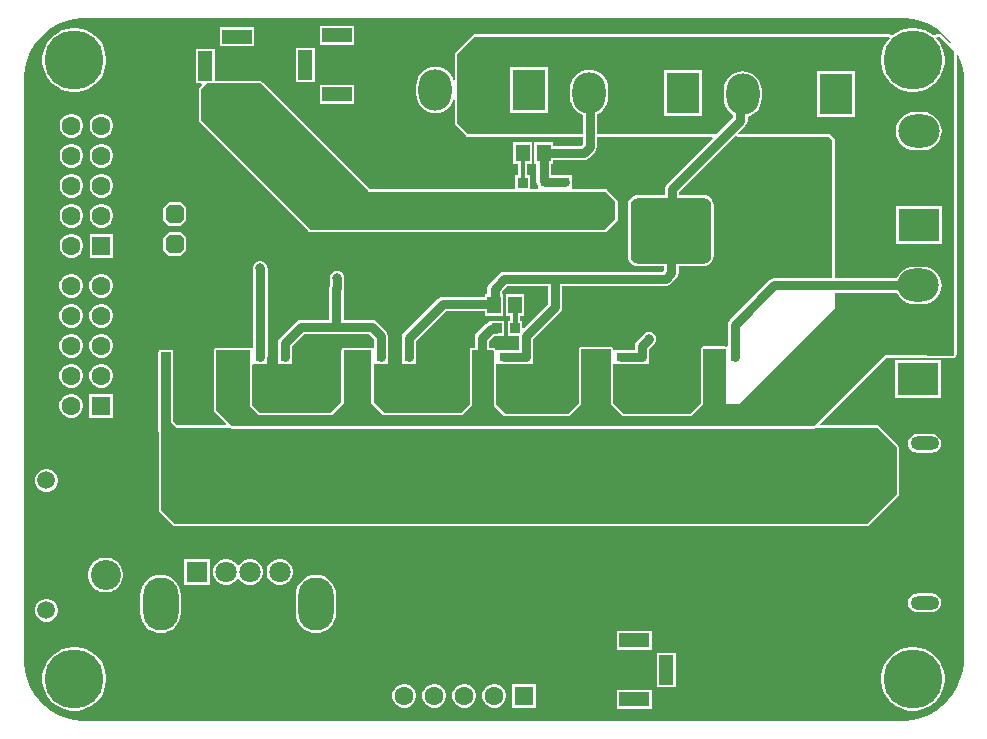
<source format=gbr>
%TF.GenerationSoftware,Altium Limited,Altium Designer,22.5.1 (42)*%
G04 Layer_Physical_Order=4*
G04 Layer_Color=16711680*
%FSLAX44Y44*%
%MOMM*%
%TF.SameCoordinates,7B58D917-D16F-4CFB-9619-50DAC3371BF8*%
%TF.FilePolarity,Positive*%
%TF.FileFunction,Copper,L4,Bot,Signal*%
%TF.Part,Single*%
G01*
G75*
%TA.AperFunction,SMDPad,CuDef*%
%ADD11R,1.1600X1.4700*%
%ADD15R,0.8000X0.8000*%
%ADD16R,0.8500X0.8500*%
%ADD19R,0.8500X0.8500*%
%ADD26R,0.8000X0.8000*%
%TA.AperFunction,Conductor*%
%ADD30C,0.3810*%
%ADD31C,0.8000*%
%TA.AperFunction,ComponentPad*%
%ADD33C,3.7160*%
%ADD34R,3.7160X3.7160*%
%ADD35O,2.4000X1.2000*%
%ADD36R,2.5000X1.2000*%
%ADD37R,1.2000X2.5000*%
%ADD38C,1.6000*%
%ADD39R,1.6000X1.6000*%
%ADD40C,1.5080*%
%ADD41C,2.5500*%
%ADD42R,2.5500X2.5500*%
%ADD43C,5.0000*%
G04:AMPARAMS|DCode=44|XSize=1.6mm|YSize=1.6mm|CornerRadius=0mm|HoleSize=0mm|Usage=FLASHONLY|Rotation=90.000|XOffset=0mm|YOffset=0mm|HoleType=Round|Shape=Octagon|*
%AMOCTAGOND44*
4,1,8,0.4000,0.8000,-0.4000,0.8000,-0.8000,0.4000,-0.8000,-0.4000,-0.4000,-0.8000,0.4000,-0.8000,0.8000,-0.4000,0.8000,0.4000,0.4000,0.8000,0.0*
%
%ADD44OCTAGOND44*%

%ADD45O,2.8000X3.5000*%
%ADD46R,2.8000X3.5000*%
%ADD47O,3.5000X2.8000*%
%ADD48R,3.5000X2.8000*%
%ADD49C,1.8000*%
%ADD50R,1.8000X1.8000*%
%ADD51O,3.0000X4.5000*%
%ADD52R,1.6000X1.6000*%
%TA.AperFunction,ViaPad*%
%ADD53C,0.6000*%
%ADD54C,0.8000*%
%TA.AperFunction,Conductor*%
%ADD55C,0.3500*%
%TA.AperFunction,SMDPad,CuDef*%
%ADD56R,1.2000X2.0000*%
%ADD57R,5.8000X5.8500*%
G04:AMPARAMS|DCode=58|XSize=1.9mm|YSize=0.96mm|CornerRadius=0.1152mm|HoleSize=0mm|Usage=FLASHONLY|Rotation=0.000|XOffset=0mm|YOffset=0mm|HoleType=Round|Shape=RoundedRectangle|*
%AMROUNDEDRECTD58*
21,1,1.9000,0.7296,0,0,0.0*
21,1,1.6696,0.9600,0,0,0.0*
1,1,0.2304,0.8348,-0.3648*
1,1,0.2304,-0.8348,-0.3648*
1,1,0.2304,-0.8348,0.3648*
1,1,0.2304,0.8348,0.3648*
%
%ADD58ROUNDEDRECTD58*%
G04:AMPARAMS|DCode=59|XSize=6.84mm|YSize=5.63mm|CornerRadius=0.6756mm|HoleSize=0mm|Usage=FLASHONLY|Rotation=0.000|XOffset=0mm|YOffset=0mm|HoleType=Round|Shape=RoundedRectangle|*
%AMROUNDEDRECTD59*
21,1,6.8400,4.2788,0,0,0.0*
21,1,5.4888,5.6300,0,0,0.0*
1,1,1.3512,2.7444,-2.1394*
1,1,1.3512,-2.7444,-2.1394*
1,1,1.3512,-2.7444,2.1394*
1,1,1.3512,2.7444,2.1394*
%
%ADD59ROUNDEDRECTD59*%
G36*
X355354Y297055D02*
X362060Y295258D01*
X368474Y292601D01*
X374487Y289130D01*
X379994Y284904D01*
X384904Y279994D01*
X387272Y276908D01*
X386315Y276069D01*
X379192Y283192D01*
X378530Y283634D01*
X377750Y283789D01*
X375093D01*
X374313Y283634D01*
X373651Y283192D01*
X373566Y283144D01*
X372138Y282958D01*
X372029Y283001D01*
X369151Y285093D01*
X365364Y287022D01*
X361323Y288335D01*
X357125Y289000D01*
X352875D01*
X348677Y288335D01*
X344636Y287022D01*
X340849Y285093D01*
X337971Y283001D01*
X337862Y282958D01*
X336434Y283144D01*
X336349Y283192D01*
X335687Y283634D01*
X334907Y283789D01*
X-16000D01*
X-16000Y283789D01*
X-16780Y283634D01*
X-17442Y283192D01*
X-17442Y283192D01*
X-32192Y268442D01*
X-32634Y267780D01*
X-32789Y267000D01*
Y245150D01*
X-34059Y244961D01*
X-34496Y246403D01*
X-35982Y249182D01*
X-37982Y251618D01*
X-40418Y253618D01*
X-43197Y255104D01*
X-46213Y256019D01*
X-49350Y256327D01*
X-52487Y256019D01*
X-55503Y255104D01*
X-58282Y253618D01*
X-60718Y251618D01*
X-62718Y249182D01*
X-64204Y246403D01*
X-65118Y243386D01*
X-65427Y240250D01*
Y233250D01*
X-65118Y230114D01*
X-64204Y227097D01*
X-62718Y224318D01*
X-60718Y221882D01*
X-58282Y219882D01*
X-55503Y218396D01*
X-52487Y217481D01*
X-49350Y217173D01*
X-46213Y217481D01*
X-43197Y218396D01*
X-40418Y219882D01*
X-37982Y221882D01*
X-35982Y224318D01*
X-34496Y227097D01*
X-34059Y228539D01*
X-32789Y228350D01*
Y208250D01*
X-32634Y207470D01*
X-32192Y206808D01*
X-32192Y206808D01*
X-22942Y197558D01*
X-22280Y197116D01*
X-21500Y196961D01*
X75382D01*
Y191034D01*
X73716Y189368D01*
X50200D01*
Y192600D01*
X34600D01*
Y173900D01*
X36282D01*
Y159600D01*
X36748Y157259D01*
X37500Y156134D01*
Y152539D01*
X31000D01*
Y164500D01*
X28498D01*
Y173900D01*
X32400D01*
Y192600D01*
X16800D01*
Y173900D01*
X20852D01*
Y164500D01*
X18500D01*
Y152539D01*
X-104655D01*
X-195808Y243692D01*
X-196470Y244134D01*
X-197250Y244289D01*
X-236000D01*
Y271250D01*
X-252000D01*
Y242250D01*
X-247293D01*
X-246807Y241077D01*
X-248942Y238942D01*
X-249384Y238280D01*
X-249539Y237500D01*
Y211250D01*
X-249539Y211250D01*
X-249384Y210470D01*
X-248942Y209808D01*
X-248942Y209808D01*
X-155942Y116808D01*
X-155280Y116366D01*
X-154500Y116211D01*
X94500D01*
X94500Y116211D01*
X95280Y116366D01*
X95942Y116808D01*
X95942Y116808D01*
X104692Y125558D01*
X105134Y126220D01*
X105289Y127000D01*
Y142250D01*
X105134Y143030D01*
X104692Y143692D01*
X104692Y143692D01*
X96442Y151942D01*
X95780Y152384D01*
X95000Y152539D01*
X66500D01*
Y157909D01*
X66617Y158500D01*
X66500Y159091D01*
Y164500D01*
X61091D01*
X60500Y164618D01*
X48518D01*
Y173900D01*
X50200D01*
Y177132D01*
X76250D01*
X78591Y177598D01*
X80576Y178924D01*
X85826Y184174D01*
X87152Y186159D01*
X87618Y188500D01*
Y196961D01*
X184900D01*
X185386Y195788D01*
X146938Y157339D01*
X145612Y155355D01*
X145146Y153014D01*
Y147775D01*
X122656D01*
X120370Y147475D01*
X118240Y146592D01*
X116411Y145189D01*
X115008Y143360D01*
X114125Y141230D01*
X113825Y138944D01*
Y96156D01*
X114125Y93870D01*
X115008Y91740D01*
X116411Y89911D01*
X118240Y88508D01*
X120370Y87625D01*
X122656Y87324D01*
X144382D01*
Y83970D01*
X143280Y82867D01*
X9250D01*
X6909Y82402D01*
X4924Y81076D01*
X-3340Y72811D01*
X-4667Y70826D01*
X-5132Y68485D01*
Y64100D01*
X-7200D01*
Y61617D01*
X-43000D01*
X-45341Y61152D01*
X-47326Y59826D01*
X-75826Y31326D01*
X-77152Y29341D01*
X-77618Y27000D01*
Y10750D01*
X-77500Y10159D01*
Y4750D01*
X-72091D01*
X-71500Y4633D01*
X-70909Y4750D01*
X-65500D01*
Y10159D01*
X-65382Y10750D01*
Y24466D01*
X-40466Y49383D01*
X-7200D01*
Y45400D01*
X8400D01*
Y64100D01*
X7103D01*
Y65951D01*
X11784Y70632D01*
X45883D01*
Y55081D01*
X25673Y34872D01*
X24500Y35358D01*
Y41000D01*
X22232D01*
Y45400D01*
X26200D01*
Y64100D01*
X10600D01*
Y45400D01*
X14268D01*
Y41000D01*
X12000D01*
Y28500D01*
X21011D01*
X21383Y28047D01*
Y16868D01*
X8500D01*
X7909Y16750D01*
X2500D01*
X1493Y17384D01*
X1469Y17401D01*
X1442Y17442D01*
X1150Y17637D01*
X868Y17845D01*
X-195Y18345D01*
X-242Y18357D01*
X-282Y18384D01*
X-627Y18452D01*
X-967Y18537D01*
X-1015Y18530D01*
X-1063Y18539D01*
X-3632D01*
Y24530D01*
X220Y28382D01*
X2500D01*
X3091Y28500D01*
X9000D01*
Y41000D01*
X-3500D01*
Y40382D01*
X-4655Y40152D01*
X-6640Y38826D01*
X-14076Y31390D01*
X-15402Y29405D01*
X-15868Y27064D01*
Y18539D01*
X-18250D01*
X-19030Y18384D01*
X-19692Y17942D01*
X-20134Y17280D01*
X-20289Y16500D01*
Y-29405D01*
X-27345Y-36461D01*
X-92905D01*
X-101461Y-27905D01*
Y4750D01*
X-96091D01*
X-95500Y4633D01*
X-94909Y4750D01*
X-89500D01*
Y10159D01*
X-89382Y10750D01*
Y28250D01*
X-89848Y30591D01*
X-91174Y32576D01*
X-98924Y40326D01*
X-100909Y41652D01*
X-103250Y42118D01*
X-126882D01*
Y67993D01*
X-126632Y69250D01*
Y75987D01*
X-126500Y76307D01*
Y76909D01*
X-126382Y77500D01*
X-126500Y78091D01*
Y78693D01*
X-126731Y79250D01*
X-126848Y79841D01*
X-127183Y80342D01*
X-127413Y80899D01*
X-127839Y81325D01*
X-128174Y81826D01*
X-128675Y82161D01*
X-129101Y82587D01*
X-129658Y82817D01*
X-130159Y83152D01*
X-130750Y83269D01*
X-131306Y83500D01*
X-131909D01*
X-132500Y83617D01*
X-133091Y83500D01*
X-133694D01*
X-134250Y83269D01*
X-134841Y83152D01*
X-135342Y82817D01*
X-135899Y82587D01*
X-136325Y82161D01*
X-136826Y81826D01*
X-137076Y81576D01*
X-137410Y81075D01*
X-137586Y80899D01*
X-137682Y80669D01*
X-138402Y79591D01*
X-138868Y77250D01*
Y70257D01*
X-139117Y69000D01*
Y42118D01*
X-162750D01*
X-165091Y41652D01*
X-167076Y40326D01*
X-180826Y26576D01*
X-182152Y24591D01*
X-182617Y22250D01*
Y10750D01*
X-182500Y10159D01*
Y4750D01*
X-177091D01*
X-176500Y4633D01*
X-175909Y4750D01*
X-170500D01*
Y10159D01*
X-170382Y10750D01*
Y19716D01*
X-160216Y29883D01*
X-105784D01*
X-101617Y25716D01*
Y19175D01*
X-102473Y18561D01*
X-102887Y18417D01*
X-103500Y18539D01*
X-126750D01*
X-127530Y18384D01*
X-128192Y17942D01*
X-128634Y17280D01*
X-128789Y16500D01*
Y-27655D01*
X-137595Y-36461D01*
X-197655D01*
X-204211Y-29905D01*
Y3774D01*
X-203500Y4750D01*
X-202941Y4750D01*
X-198091D01*
X-197500Y4633D01*
X-196909Y4750D01*
X-191500D01*
Y10159D01*
X-191382Y10750D01*
Y85750D01*
X-191500Y86341D01*
Y86944D01*
X-191730Y87500D01*
X-191848Y88091D01*
X-192183Y88592D01*
X-192414Y89149D01*
X-192840Y89575D01*
X-193174Y90076D01*
X-193174Y90076D01*
X-193675Y90410D01*
X-194101Y90836D01*
X-194658Y91067D01*
X-195159Y91402D01*
X-195750Y91519D01*
X-196306Y91750D01*
X-196909D01*
X-197500Y91868D01*
X-198091Y91750D01*
X-198694D01*
X-199250Y91519D01*
X-199841Y91402D01*
X-200342Y91067D01*
X-200899Y90836D01*
X-201325Y90410D01*
X-201826Y90076D01*
X-202160Y89575D01*
X-202587Y89149D01*
X-202817Y88592D01*
X-203152Y88091D01*
X-203269Y87500D01*
X-203500Y86944D01*
Y86341D01*
X-203618Y85750D01*
X-203617Y85750D01*
Y18446D01*
X-204465Y18087D01*
X-204888Y17995D01*
X-205470Y18384D01*
X-206250Y18539D01*
X-234500D01*
X-234500Y18539D01*
X-235280Y18384D01*
X-235942Y17942D01*
X-235942Y17942D01*
X-236192Y17692D01*
X-236634Y17030D01*
X-236789Y16250D01*
Y-34750D01*
X-236634Y-35530D01*
X-236192Y-36192D01*
X-226346Y-46038D01*
X-226832Y-47211D01*
X-267655D01*
X-271461Y-43405D01*
Y14500D01*
X-271500Y14697D01*
Y16750D01*
X-283500D01*
Y15377D01*
X-283634Y15177D01*
X-283789Y14396D01*
Y-51750D01*
X-283634Y-52530D01*
X-283539Y-52672D01*
Y-118750D01*
X-283384Y-119530D01*
X-282942Y-120192D01*
X-282942Y-120192D01*
X-270942Y-132192D01*
X-270280Y-132634D01*
X-269500Y-132789D01*
X316250D01*
X316250Y-132789D01*
X317030Y-132634D01*
X317692Y-132192D01*
X317692Y-132192D01*
X342692Y-107192D01*
X343134Y-106530D01*
X343289Y-105750D01*
Y-66000D01*
X343289Y-66000D01*
X343134Y-65220D01*
X342692Y-64558D01*
X342692Y-64558D01*
X325942Y-47808D01*
X325280Y-47366D01*
X324500Y-47211D01*
X276832D01*
X276346Y-46038D01*
X332345Y9961D01*
X345369D01*
X389088Y9716D01*
X389091Y9716D01*
X389094Y9716D01*
X389482Y9792D01*
X389869Y9867D01*
X389872Y9868D01*
X389874Y9869D01*
X390204Y10087D01*
X390533Y10305D01*
X390535Y10308D01*
X390537Y10309D01*
X391438Y11205D01*
X391440Y11207D01*
X391442Y11209D01*
X391662Y11538D01*
X391882Y11865D01*
X391882Y11868D01*
X391884Y11870D01*
X391961Y12257D01*
X392039Y12645D01*
X392039Y12648D01*
X392039Y12651D01*
Y266512D01*
X393309Y266765D01*
X395258Y262060D01*
X397055Y255354D01*
X397961Y248471D01*
Y245000D01*
X397961Y-245000D01*
X397961Y-248471D01*
X397055Y-255354D01*
X395258Y-262060D01*
X392601Y-268474D01*
X389130Y-274487D01*
X384904Y-279994D01*
X379994Y-284904D01*
X374487Y-289130D01*
X368474Y-292601D01*
X362060Y-295258D01*
X355354Y-297055D01*
X348471Y-297961D01*
X-348471D01*
X-355354Y-297055D01*
X-362060Y-295258D01*
X-368474Y-292601D01*
X-374487Y-289130D01*
X-379994Y-284904D01*
X-384904Y-279994D01*
X-389130Y-274487D01*
X-392601Y-268474D01*
X-395258Y-262060D01*
X-397055Y-255354D01*
X-397961Y-248471D01*
X-397961Y-245000D01*
Y245000D01*
X-397961Y248471D01*
X-397055Y255354D01*
X-395258Y262060D01*
X-392601Y268474D01*
X-389130Y274487D01*
X-384904Y279994D01*
X-379994Y284904D01*
X-374487Y289130D01*
X-368474Y292601D01*
X-362060Y295258D01*
X-355354Y297055D01*
X-348471Y297961D01*
X348471D01*
X355354Y297055D01*
D02*
G37*
G36*
X390000Y269500D02*
Y12651D01*
X389100Y11755D01*
X345375Y12000D01*
X331500D01*
X271500Y-48000D01*
X-221500Y-48000D01*
X-234750Y-34750D01*
Y16250D01*
X-234500Y16500D01*
X-206250D01*
Y-30750D01*
X-198500Y-38500D01*
X-136750D01*
X-126750Y-28500D01*
Y16500D01*
X-103500D01*
Y-28750D01*
X-93750Y-38500D01*
X-26500D01*
X-18250Y-30250D01*
Y16500D01*
X-1063D01*
X0Y16000D01*
Y-30750D01*
X250D01*
X9000Y-39500D01*
X64250D01*
X74250Y-29500D01*
Y17000D01*
X99500D01*
Y-30000D01*
X99750D01*
X109250Y-39500D01*
X167250D01*
X177750Y-29000D01*
Y17500D01*
X196250D01*
X196500Y17250D01*
Y-29000D01*
X208250Y-29000D01*
X288500Y51250D01*
X289000D01*
Y64983D01*
X341386D01*
X341396Y64947D01*
X342882Y62168D01*
X344882Y59732D01*
X347318Y57732D01*
X350097Y56246D01*
X353114Y55332D01*
X356250Y55023D01*
X363250D01*
X366386Y55332D01*
X369403Y56246D01*
X372182Y57732D01*
X374618Y59732D01*
X376618Y62168D01*
X378104Y64947D01*
X379019Y67964D01*
X379327Y71100D01*
X379019Y74237D01*
X378104Y77253D01*
X376618Y80032D01*
X374618Y82469D01*
X372182Y84468D01*
X369403Y85954D01*
X366386Y86868D01*
X363250Y87177D01*
X356250D01*
X353114Y86868D01*
X350097Y85954D01*
X347318Y84468D01*
X344882Y82469D01*
X342882Y80032D01*
X341396Y77253D01*
X341386Y77217D01*
X289000D01*
Y195000D01*
X285000Y199000D01*
X207561D01*
X207075Y200173D01*
X213316Y206415D01*
X214642Y208399D01*
X215108Y210740D01*
Y214026D01*
X217153Y214646D01*
X219932Y216132D01*
X222369Y218132D01*
X224368Y220568D01*
X225854Y223347D01*
X226768Y226364D01*
X227077Y229500D01*
Y236500D01*
X226768Y239636D01*
X225854Y242652D01*
X224368Y245432D01*
X222369Y247868D01*
X219932Y249868D01*
X217153Y251354D01*
X214137Y252269D01*
X211000Y252577D01*
X207864Y252269D01*
X204847Y251354D01*
X202068Y249868D01*
X199632Y247868D01*
X197632Y245432D01*
X196146Y242652D01*
X195231Y239636D01*
X194923Y236500D01*
Y229500D01*
X195231Y226364D01*
X196146Y223347D01*
X197632Y220568D01*
X199632Y218132D01*
X202068Y216132D01*
X202873Y215702D01*
Y213274D01*
X188598Y199000D01*
X87618D01*
Y216198D01*
X89832Y217382D01*
X92268Y219382D01*
X94268Y221818D01*
X95754Y224597D01*
X96669Y227614D01*
X96977Y230750D01*
Y237750D01*
X96669Y240886D01*
X95754Y243903D01*
X94268Y246682D01*
X92268Y249118D01*
X89832Y251118D01*
X87052Y252604D01*
X84037Y253519D01*
X80900Y253827D01*
X77763Y253519D01*
X74747Y252604D01*
X71968Y251118D01*
X69531Y249118D01*
X67532Y246682D01*
X66046Y243903D01*
X65132Y240886D01*
X64823Y237750D01*
Y230750D01*
X65132Y227614D01*
X66046Y224597D01*
X67532Y221818D01*
X69531Y219382D01*
X71968Y217382D01*
X74747Y215896D01*
X75382Y215704D01*
Y199000D01*
X-21500D01*
X-30750Y208250D01*
Y267000D01*
X-16000Y281750D01*
X334907D01*
X335393Y280577D01*
X334406Y279589D01*
X331908Y276151D01*
X329978Y272364D01*
X328665Y268323D01*
X328000Y264125D01*
Y259875D01*
X328665Y255678D01*
X329978Y251636D01*
X331908Y247849D01*
X334406Y244411D01*
X337411Y241406D01*
X340849Y238908D01*
X344636Y236978D01*
X348677Y235665D01*
X352875Y235000D01*
X357125D01*
X361323Y235665D01*
X365364Y236978D01*
X369151Y238908D01*
X372589Y241406D01*
X375594Y244411D01*
X378092Y247849D01*
X380022Y251636D01*
X381335Y255678D01*
X382000Y259875D01*
Y264125D01*
X381335Y268323D01*
X380022Y272364D01*
X378092Y276151D01*
X375594Y279589D01*
X374607Y280577D01*
X375093Y281750D01*
X377750D01*
X390000Y269500D01*
D02*
G37*
G36*
X-105500Y150500D02*
X95000D01*
X103250Y142250D01*
Y127000D01*
X94500Y118250D01*
X-154500D01*
X-247500Y211250D01*
Y237500D01*
X-242750Y242250D01*
X-197250D01*
X-105500Y150500D01*
D02*
G37*
G36*
X206119Y197558D02*
X206780Y197116D01*
X207561Y196961D01*
X284155D01*
X286961Y194155D01*
Y77217D01*
X237850D01*
X235509Y76752D01*
X233524Y75426D01*
X200174Y42076D01*
X198848Y40091D01*
X198382Y37750D01*
Y20008D01*
X197113Y19329D01*
X197030Y19384D01*
X196250Y19539D01*
X177750D01*
X176970Y19384D01*
X176308Y18942D01*
X175866Y18280D01*
X175711Y17500D01*
Y-28155D01*
X166405Y-37461D01*
X110095D01*
X101539Y-28905D01*
Y4750D01*
X106909D01*
X107500Y4633D01*
X125500D01*
X126091Y4750D01*
X131500D01*
Y10159D01*
X131618Y10750D01*
Y16966D01*
X136076Y21424D01*
X136411Y21925D01*
X136837Y22351D01*
X137067Y22908D01*
X137402Y23409D01*
X137519Y24000D01*
X137750Y24557D01*
Y25159D01*
X137867Y25750D01*
X137750Y26341D01*
Y26944D01*
X137519Y27500D01*
X137402Y28091D01*
X137067Y28592D01*
X136837Y29149D01*
X136411Y29575D01*
X136076Y30076D01*
X135575Y30410D01*
X135149Y30837D01*
X134592Y31067D01*
X134091Y31402D01*
X133500Y31519D01*
X132943Y31750D01*
X132341D01*
X131750Y31867D01*
X131159Y31750D01*
X130556D01*
X130000Y31519D01*
X129409Y31402D01*
X128908Y31067D01*
X128351Y30837D01*
X127925Y30410D01*
X127424Y30076D01*
X121174Y23826D01*
X119848Y21841D01*
X119382Y19500D01*
Y16868D01*
X107500D01*
X106909Y16750D01*
X101539D01*
Y17000D01*
X101384Y17780D01*
X100942Y18442D01*
X100280Y18884D01*
X99500Y19039D01*
X74250D01*
X73470Y18884D01*
X72808Y18442D01*
X72366Y17780D01*
X72211Y17000D01*
Y-28655D01*
X63405Y-37461D01*
X9845D01*
X2039Y-29655D01*
Y3671D01*
X2500Y4750D01*
X7909D01*
X8500Y4633D01*
X27500D01*
X28091Y4750D01*
X33500D01*
Y10159D01*
X33618Y10750D01*
Y25513D01*
X56326Y48221D01*
X57652Y50206D01*
X58117Y52547D01*
Y70632D01*
X145814D01*
X148155Y71098D01*
X150140Y72424D01*
X154826Y77111D01*
X156152Y79095D01*
X156617Y81436D01*
Y87324D01*
X177544D01*
X179830Y87625D01*
X181960Y88508D01*
X183789Y89911D01*
X185192Y91740D01*
X186075Y93870D01*
X186376Y96156D01*
Y138944D01*
X186075Y141230D01*
X185192Y143360D01*
X183789Y145189D01*
X181960Y146592D01*
X179830Y147475D01*
X177544Y147775D01*
X157381D01*
Y150480D01*
X204587Y197685D01*
X206119Y197558D01*
D02*
G37*
G36*
X-273500Y-44250D02*
X-268500Y-49250D01*
X-223134D01*
X-222942Y-49442D01*
X-222280Y-49884D01*
X-221500Y-50039D01*
X271500Y-50039D01*
X272280Y-49884D01*
X272942Y-49442D01*
X273134Y-49250D01*
X324500D01*
X341250Y-66000D01*
Y-105750D01*
X316250Y-130750D01*
X-269500D01*
X-281500Y-118750D01*
Y-52000D01*
X-281750Y-51750D01*
Y14396D01*
X-281500Y14500D01*
X-273500D01*
Y-44250D01*
D02*
G37*
%LPC*%
G36*
X-118000Y291000D02*
X-147000D01*
Y275000D01*
X-118000D01*
Y291000D01*
D02*
G37*
G36*
X-202500Y289750D02*
X-231500D01*
Y273750D01*
X-202500D01*
Y289750D01*
D02*
G37*
G36*
X-151500Y272500D02*
X-167500D01*
Y243500D01*
X-151500D01*
Y272500D01*
D02*
G37*
G36*
X-352875Y289000D02*
X-357125D01*
X-361323Y288335D01*
X-365364Y287022D01*
X-369151Y285093D01*
X-372589Y282595D01*
X-375594Y279589D01*
X-378092Y276151D01*
X-380022Y272364D01*
X-381335Y268323D01*
X-382000Y264125D01*
Y259875D01*
X-381335Y255678D01*
X-380022Y251636D01*
X-378092Y247849D01*
X-375594Y244411D01*
X-372589Y241406D01*
X-369151Y238908D01*
X-365364Y236978D01*
X-361323Y235665D01*
X-357125Y235000D01*
X-352875D01*
X-348677Y235665D01*
X-344636Y236978D01*
X-340849Y238908D01*
X-337411Y241406D01*
X-334406Y244411D01*
X-331908Y247849D01*
X-329978Y251636D01*
X-328665Y255678D01*
X-328000Y259875D01*
Y264125D01*
X-328665Y268323D01*
X-329978Y272364D01*
X-331908Y276151D01*
X-334406Y279589D01*
X-337411Y282595D01*
X-340849Y285093D01*
X-344636Y287022D01*
X-348677Y288335D01*
X-352875Y289000D01*
D02*
G37*
G36*
X-118000Y241000D02*
X-147000D01*
Y225000D01*
X-118000D01*
Y241000D01*
D02*
G37*
G36*
X-330684Y216400D02*
X-333316D01*
X-335860Y215718D01*
X-338140Y214402D01*
X-340002Y212540D01*
X-341319Y210260D01*
X-342000Y207717D01*
Y205084D01*
X-341319Y202540D01*
X-340002Y200260D01*
X-338140Y198398D01*
X-335860Y197082D01*
X-333316Y196400D01*
X-330684D01*
X-328140Y197082D01*
X-325860Y198398D01*
X-323998Y200260D01*
X-322682Y202540D01*
X-322000Y205084D01*
Y207717D01*
X-322682Y210260D01*
X-323998Y212540D01*
X-325860Y214402D01*
X-328140Y215718D01*
X-330684Y216400D01*
D02*
G37*
G36*
X-356083D02*
X-358717D01*
X-361260Y215718D01*
X-363540Y214402D01*
X-365402Y212540D01*
X-366718Y210260D01*
X-367400Y207717D01*
Y205084D01*
X-366718Y202540D01*
X-365402Y200260D01*
X-363540Y198398D01*
X-361260Y197082D01*
X-358717Y196400D01*
X-356083D01*
X-353540Y197082D01*
X-351260Y198398D01*
X-349398Y200260D01*
X-348082Y202540D01*
X-347400Y205084D01*
Y207717D01*
X-348082Y210260D01*
X-349398Y212540D01*
X-351260Y214402D01*
X-353540Y215718D01*
X-356083Y216400D01*
D02*
G37*
G36*
X-330684Y191000D02*
X-333316D01*
X-335860Y190319D01*
X-338140Y189002D01*
X-340002Y187140D01*
X-341319Y184860D01*
X-342000Y182316D01*
Y179683D01*
X-341319Y177140D01*
X-340002Y174860D01*
X-338140Y172998D01*
X-335860Y171681D01*
X-333316Y171000D01*
X-330684D01*
X-328140Y171681D01*
X-325860Y172998D01*
X-323998Y174860D01*
X-322682Y177140D01*
X-322000Y179683D01*
Y182316D01*
X-322682Y184860D01*
X-323998Y187140D01*
X-325860Y189002D01*
X-328140Y190319D01*
X-330684Y191000D01*
D02*
G37*
G36*
X-356083D02*
X-358717D01*
X-361260Y190319D01*
X-363540Y189002D01*
X-365402Y187140D01*
X-366718Y184860D01*
X-367400Y182316D01*
Y179683D01*
X-366718Y177140D01*
X-365402Y174860D01*
X-363540Y172998D01*
X-361260Y171681D01*
X-358717Y171000D01*
X-356083D01*
X-353540Y171681D01*
X-351260Y172998D01*
X-349398Y174860D01*
X-348082Y177140D01*
X-347400Y179683D01*
Y182316D01*
X-348082Y184860D01*
X-349398Y187140D01*
X-351260Y189002D01*
X-353540Y190319D01*
X-356083Y191000D01*
D02*
G37*
G36*
X-330684Y165600D02*
X-333316D01*
X-335860Y164918D01*
X-338140Y163602D01*
X-340002Y161740D01*
X-341319Y159460D01*
X-342000Y156917D01*
Y154284D01*
X-341319Y151740D01*
X-340002Y149460D01*
X-338140Y147598D01*
X-335860Y146281D01*
X-333316Y145600D01*
X-330684D01*
X-328140Y146281D01*
X-325860Y147598D01*
X-323998Y149460D01*
X-322682Y151740D01*
X-322000Y154284D01*
Y156917D01*
X-322682Y159460D01*
X-323998Y161740D01*
X-325860Y163602D01*
X-328140Y164918D01*
X-330684Y165600D01*
D02*
G37*
G36*
X-356083D02*
X-358717D01*
X-361260Y164918D01*
X-363540Y163602D01*
X-365402Y161740D01*
X-366718Y159460D01*
X-367400Y156917D01*
Y154284D01*
X-366718Y151740D01*
X-365402Y149460D01*
X-363540Y147598D01*
X-361260Y146281D01*
X-358717Y145600D01*
X-356083D01*
X-353540Y146281D01*
X-351260Y147598D01*
X-349398Y149460D01*
X-348082Y151740D01*
X-347400Y154284D01*
Y156917D01*
X-348082Y159460D01*
X-349398Y161740D01*
X-351260Y163602D01*
X-353540Y164918D01*
X-356083Y165600D01*
D02*
G37*
G36*
X-265000Y141700D02*
X-275000D01*
X-280000Y136700D01*
Y126700D01*
X-275000Y121700D01*
X-265000D01*
X-260000Y126700D01*
Y136700D01*
X-265000Y141700D01*
D02*
G37*
G36*
X-330684Y140200D02*
X-333316D01*
X-335860Y139518D01*
X-338140Y138202D01*
X-340002Y136340D01*
X-341319Y134060D01*
X-342000Y131517D01*
Y128883D01*
X-341319Y126340D01*
X-340002Y124060D01*
X-338140Y122198D01*
X-335860Y120882D01*
X-333316Y120200D01*
X-330684D01*
X-328140Y120882D01*
X-325860Y122198D01*
X-323998Y124060D01*
X-322682Y126340D01*
X-322000Y128883D01*
Y131517D01*
X-322682Y134060D01*
X-323998Y136340D01*
X-325860Y138202D01*
X-328140Y139518D01*
X-330684Y140200D01*
D02*
G37*
G36*
X-356083D02*
X-358717D01*
X-361260Y139518D01*
X-363540Y138202D01*
X-365402Y136340D01*
X-366718Y134060D01*
X-367400Y131517D01*
Y128883D01*
X-366718Y126340D01*
X-365402Y124060D01*
X-363540Y122198D01*
X-361260Y120882D01*
X-358717Y120200D01*
X-356083D01*
X-353540Y120882D01*
X-351260Y122198D01*
X-349398Y124060D01*
X-348082Y126340D01*
X-347400Y128883D01*
Y131517D01*
X-348082Y134060D01*
X-349398Y136340D01*
X-351260Y138202D01*
X-353540Y139518D01*
X-356083Y140200D01*
D02*
G37*
G36*
X-265000Y116300D02*
X-275000D01*
X-280000Y111300D01*
Y101300D01*
X-275000Y96300D01*
X-265000D01*
X-260000Y101300D01*
Y111300D01*
X-265000Y116300D01*
D02*
G37*
G36*
X-322000Y114800D02*
X-342000D01*
Y94800D01*
X-322000D01*
Y114800D01*
D02*
G37*
G36*
X-356083D02*
X-358717D01*
X-361260Y114118D01*
X-363540Y112802D01*
X-365402Y110940D01*
X-366718Y108660D01*
X-367400Y106117D01*
Y103483D01*
X-366718Y100940D01*
X-365402Y98660D01*
X-363540Y96798D01*
X-361260Y95482D01*
X-358717Y94800D01*
X-356083D01*
X-353540Y95482D01*
X-351260Y96798D01*
X-349398Y98660D01*
X-348082Y100940D01*
X-347400Y103483D01*
Y106117D01*
X-348082Y108660D01*
X-349398Y110940D01*
X-351260Y112802D01*
X-353540Y114118D01*
X-356083Y114800D01*
D02*
G37*
G36*
X-330984Y80800D02*
X-333616D01*
X-336160Y80119D01*
X-338440Y78802D01*
X-340302Y76940D01*
X-341618Y74660D01*
X-342300Y72117D01*
Y69483D01*
X-341618Y66940D01*
X-340302Y64660D01*
X-338440Y62798D01*
X-336160Y61481D01*
X-333616Y60800D01*
X-330984D01*
X-328440Y61481D01*
X-326160Y62798D01*
X-324298Y64660D01*
X-322981Y66940D01*
X-322300Y69483D01*
Y72117D01*
X-322981Y74660D01*
X-324298Y76940D01*
X-326160Y78802D01*
X-328440Y80119D01*
X-330984Y80800D01*
D02*
G37*
G36*
X-356384D02*
X-359016D01*
X-361560Y80119D01*
X-363840Y78802D01*
X-365702Y76940D01*
X-367019Y74660D01*
X-367700Y72117D01*
Y69483D01*
X-367019Y66940D01*
X-365702Y64660D01*
X-363840Y62798D01*
X-361560Y61481D01*
X-359016Y60800D01*
X-356384D01*
X-353840Y61481D01*
X-351560Y62798D01*
X-349698Y64660D01*
X-348382Y66940D01*
X-347700Y69483D01*
Y72117D01*
X-348382Y74660D01*
X-349698Y76940D01*
X-351560Y78802D01*
X-353840Y80119D01*
X-356384Y80800D01*
D02*
G37*
G36*
X-330984Y55400D02*
X-333616D01*
X-336160Y54718D01*
X-338440Y53402D01*
X-340302Y51540D01*
X-341618Y49260D01*
X-342300Y46717D01*
Y44083D01*
X-341618Y41540D01*
X-340302Y39260D01*
X-338440Y37398D01*
X-336160Y36082D01*
X-333616Y35400D01*
X-330984D01*
X-328440Y36082D01*
X-326160Y37398D01*
X-324298Y39260D01*
X-322981Y41540D01*
X-322300Y44083D01*
Y46717D01*
X-322981Y49260D01*
X-324298Y51540D01*
X-326160Y53402D01*
X-328440Y54718D01*
X-330984Y55400D01*
D02*
G37*
G36*
X-356384D02*
X-359016D01*
X-361560Y54718D01*
X-363840Y53402D01*
X-365702Y51540D01*
X-367019Y49260D01*
X-367700Y46717D01*
Y44083D01*
X-367019Y41540D01*
X-365702Y39260D01*
X-363840Y37398D01*
X-361560Y36082D01*
X-359016Y35400D01*
X-356384D01*
X-353840Y36082D01*
X-351560Y37398D01*
X-349698Y39260D01*
X-348382Y41540D01*
X-347700Y44083D01*
Y46717D01*
X-348382Y49260D01*
X-349698Y51540D01*
X-351560Y53402D01*
X-353840Y54718D01*
X-356384Y55400D01*
D02*
G37*
G36*
X-330984Y30000D02*
X-333616D01*
X-336160Y29318D01*
X-338440Y28002D01*
X-340302Y26140D01*
X-341618Y23860D01*
X-342300Y21317D01*
Y18684D01*
X-341618Y16140D01*
X-340302Y13860D01*
X-338440Y11998D01*
X-336160Y10682D01*
X-333616Y10000D01*
X-330984D01*
X-328440Y10682D01*
X-326160Y11998D01*
X-324298Y13860D01*
X-322981Y16140D01*
X-322300Y18684D01*
Y21317D01*
X-322981Y23860D01*
X-324298Y26140D01*
X-326160Y28002D01*
X-328440Y29318D01*
X-330984Y30000D01*
D02*
G37*
G36*
X-356384D02*
X-359016D01*
X-361560Y29318D01*
X-363840Y28002D01*
X-365702Y26140D01*
X-367019Y23860D01*
X-367700Y21317D01*
Y18684D01*
X-367019Y16140D01*
X-365702Y13860D01*
X-363840Y11998D01*
X-361560Y10682D01*
X-359016Y10000D01*
X-356384D01*
X-353840Y10682D01*
X-351560Y11998D01*
X-349698Y13860D01*
X-348382Y16140D01*
X-347700Y18684D01*
Y21317D01*
X-348382Y23860D01*
X-349698Y26140D01*
X-351560Y28002D01*
X-353840Y29318D01*
X-356384Y30000D01*
D02*
G37*
G36*
X-330984Y4600D02*
X-333616D01*
X-336160Y3918D01*
X-338440Y2602D01*
X-340302Y740D01*
X-341618Y-1540D01*
X-342300Y-4083D01*
Y-6716D01*
X-341618Y-9260D01*
X-340302Y-11540D01*
X-338440Y-13402D01*
X-336160Y-14719D01*
X-333616Y-15400D01*
X-330984D01*
X-328440Y-14719D01*
X-326160Y-13402D01*
X-324298Y-11540D01*
X-322981Y-9260D01*
X-322300Y-6716D01*
Y-4083D01*
X-322981Y-1540D01*
X-324298Y740D01*
X-326160Y2602D01*
X-328440Y3918D01*
X-330984Y4600D01*
D02*
G37*
G36*
X-356384D02*
X-359016D01*
X-361560Y3918D01*
X-363840Y2602D01*
X-365702Y740D01*
X-367019Y-1540D01*
X-367700Y-4083D01*
Y-6716D01*
X-367019Y-9260D01*
X-365702Y-11540D01*
X-363840Y-13402D01*
X-361560Y-14719D01*
X-359016Y-15400D01*
X-356384D01*
X-353840Y-14719D01*
X-351560Y-13402D01*
X-349698Y-11540D01*
X-348382Y-9260D01*
X-347700Y-6716D01*
Y-4083D01*
X-348382Y-1540D01*
X-349698Y740D01*
X-351560Y2602D01*
X-353840Y3918D01*
X-356384Y4600D01*
D02*
G37*
G36*
X379250Y7900D02*
X340250D01*
Y-24100D01*
X379250D01*
Y7900D01*
D02*
G37*
G36*
X-322300Y-20800D02*
X-342300D01*
Y-40800D01*
X-322300D01*
Y-20800D01*
D02*
G37*
G36*
X-356384D02*
X-359016D01*
X-361560Y-21481D01*
X-363840Y-22798D01*
X-365702Y-24660D01*
X-367019Y-26940D01*
X-367700Y-29483D01*
Y-32116D01*
X-367019Y-34660D01*
X-365702Y-36940D01*
X-363840Y-38802D01*
X-361560Y-40118D01*
X-359016Y-40800D01*
X-356384D01*
X-353840Y-40118D01*
X-351560Y-38802D01*
X-349698Y-36940D01*
X-348382Y-34660D01*
X-347700Y-32116D01*
Y-29483D01*
X-348382Y-26940D01*
X-349698Y-24660D01*
X-351560Y-22798D01*
X-353840Y-21481D01*
X-356384Y-20800D01*
D02*
G37*
G36*
X371000Y-54431D02*
X359000D01*
X356912Y-54706D01*
X354966Y-55512D01*
X353294Y-56794D01*
X352012Y-58465D01*
X351206Y-60412D01*
X350931Y-62500D01*
X351206Y-64588D01*
X352012Y-66535D01*
X353294Y-68206D01*
X354966Y-69488D01*
X356912Y-70294D01*
X359000Y-70569D01*
X371000D01*
X373088Y-70294D01*
X375034Y-69488D01*
X376706Y-68206D01*
X377988Y-66535D01*
X378794Y-64588D01*
X379069Y-62500D01*
X378794Y-60412D01*
X377988Y-58465D01*
X376706Y-56794D01*
X375034Y-55512D01*
X373088Y-54706D01*
X371000Y-54431D01*
D02*
G37*
G36*
X-377244Y-84460D02*
X-379756D01*
X-382182Y-85110D01*
X-384358Y-86366D01*
X-386134Y-88142D01*
X-387390Y-90318D01*
X-388040Y-92744D01*
Y-95256D01*
X-387390Y-97682D01*
X-386134Y-99858D01*
X-384358Y-101634D01*
X-382182Y-102890D01*
X-379756Y-103540D01*
X-377244D01*
X-374818Y-102890D01*
X-372642Y-101634D01*
X-370866Y-99858D01*
X-369610Y-97682D01*
X-368960Y-95256D01*
Y-92744D01*
X-369610Y-90318D01*
X-370866Y-88142D01*
X-372642Y-86366D01*
X-374818Y-85110D01*
X-377244Y-84460D01*
D02*
G37*
G36*
X-204752Y-160400D02*
X-207648D01*
X-210446Y-161150D01*
X-212954Y-162598D01*
X-215002Y-164646D01*
X-215565Y-165621D01*
X-216835D01*
X-217398Y-164646D01*
X-219446Y-162598D01*
X-221954Y-161150D01*
X-224752Y-160400D01*
X-227648D01*
X-230446Y-161150D01*
X-232954Y-162598D01*
X-235002Y-164646D01*
X-236450Y-167154D01*
X-237200Y-169952D01*
Y-172848D01*
X-236450Y-175646D01*
X-235002Y-178154D01*
X-232954Y-180202D01*
X-230446Y-181650D01*
X-227648Y-182400D01*
X-224752D01*
X-221954Y-181650D01*
X-219446Y-180202D01*
X-217398Y-178154D01*
X-216835Y-177179D01*
X-215565D01*
X-215002Y-178154D01*
X-212954Y-180202D01*
X-210446Y-181650D01*
X-207648Y-182400D01*
X-204752D01*
X-201954Y-181650D01*
X-199446Y-180202D01*
X-197398Y-178154D01*
X-195950Y-175646D01*
X-195200Y-172848D01*
Y-169952D01*
X-195950Y-167154D01*
X-197398Y-164646D01*
X-199446Y-162598D01*
X-201954Y-161150D01*
X-204752Y-160400D01*
D02*
G37*
G36*
X-240200D02*
X-262200D01*
Y-182400D01*
X-240200D01*
Y-160400D01*
D02*
G37*
G36*
X-179752Y-160400D02*
X-182648D01*
X-185446Y-161150D01*
X-187954Y-162598D01*
X-190002Y-164646D01*
X-191450Y-167154D01*
X-192200Y-169952D01*
Y-172848D01*
X-191450Y-175646D01*
X-190002Y-178154D01*
X-187954Y-180202D01*
X-185446Y-181650D01*
X-182648Y-182400D01*
X-179752D01*
X-176954Y-181650D01*
X-174446Y-180202D01*
X-172398Y-178154D01*
X-170950Y-175646D01*
X-170200Y-172848D01*
Y-169952D01*
X-170950Y-167154D01*
X-172398Y-164646D01*
X-174446Y-162598D01*
X-176954Y-161150D01*
X-179752Y-160400D01*
D02*
G37*
G36*
X-327047Y-159250D02*
X-329953D01*
X-332802Y-159817D01*
X-335487Y-160929D01*
X-337903Y-162543D01*
X-339957Y-164597D01*
X-341571Y-167013D01*
X-342683Y-169698D01*
X-343250Y-172547D01*
Y-175453D01*
X-342683Y-178302D01*
X-341571Y-180987D01*
X-339957Y-183403D01*
X-337903Y-185457D01*
X-335487Y-187071D01*
X-332802Y-188183D01*
X-329953Y-188750D01*
X-327047D01*
X-324198Y-188183D01*
X-321513Y-187071D01*
X-319097Y-185457D01*
X-317043Y-183403D01*
X-315429Y-180987D01*
X-314317Y-178302D01*
X-313750Y-175453D01*
Y-172547D01*
X-314317Y-169698D01*
X-315429Y-167013D01*
X-317043Y-164597D01*
X-319097Y-162543D01*
X-321513Y-160929D01*
X-324198Y-159817D01*
X-327047Y-159250D01*
D02*
G37*
G36*
X371000Y-189431D02*
X359000D01*
X356912Y-189706D01*
X354966Y-190512D01*
X353294Y-191794D01*
X352012Y-193465D01*
X351206Y-195412D01*
X350931Y-197500D01*
X351206Y-199588D01*
X352012Y-201535D01*
X353294Y-203206D01*
X354966Y-204488D01*
X356912Y-205294D01*
X359000Y-205569D01*
X371000D01*
X373088Y-205294D01*
X375034Y-204488D01*
X376706Y-203206D01*
X377988Y-201535D01*
X378794Y-199588D01*
X379069Y-197500D01*
X378794Y-195412D01*
X377988Y-193465D01*
X376706Y-191794D01*
X375034Y-190512D01*
X373088Y-189706D01*
X371000Y-189431D01*
D02*
G37*
G36*
X-377244Y-194460D02*
X-379756D01*
X-382182Y-195110D01*
X-384358Y-196366D01*
X-386134Y-198142D01*
X-387390Y-200318D01*
X-388040Y-202744D01*
Y-205256D01*
X-387390Y-207682D01*
X-386134Y-209858D01*
X-384358Y-211634D01*
X-382182Y-212890D01*
X-379756Y-213540D01*
X-377244D01*
X-374818Y-212890D01*
X-372642Y-211634D01*
X-370866Y-209858D01*
X-369610Y-207682D01*
X-368960Y-205256D01*
Y-202744D01*
X-369610Y-200318D01*
X-370866Y-198142D01*
X-372642Y-196366D01*
X-374818Y-195110D01*
X-377244Y-194460D01*
D02*
G37*
G36*
X-150500Y-173918D02*
X-153833Y-174246D01*
X-157037Y-175218D01*
X-159990Y-176797D01*
X-162579Y-178921D01*
X-164703Y-181510D01*
X-166282Y-184463D01*
X-167254Y-187667D01*
X-167582Y-191000D01*
Y-206000D01*
X-167254Y-209333D01*
X-166282Y-212537D01*
X-164703Y-215490D01*
X-162579Y-218079D01*
X-159990Y-220203D01*
X-157037Y-221782D01*
X-153833Y-222754D01*
X-150500Y-223082D01*
X-147167Y-222754D01*
X-143963Y-221782D01*
X-141010Y-220203D01*
X-138421Y-218079D01*
X-136297Y-215490D01*
X-134718Y-212537D01*
X-133746Y-209333D01*
X-133418Y-206000D01*
Y-191000D01*
X-133746Y-187667D01*
X-134718Y-184463D01*
X-136297Y-181510D01*
X-138421Y-178921D01*
X-141010Y-176797D01*
X-143963Y-175218D01*
X-147167Y-174246D01*
X-150500Y-173918D01*
D02*
G37*
G36*
X-281900D02*
X-285233Y-174246D01*
X-288437Y-175218D01*
X-291390Y-176797D01*
X-293979Y-178921D01*
X-296103Y-181510D01*
X-297682Y-184463D01*
X-298654Y-187667D01*
X-298982Y-191000D01*
Y-206000D01*
X-298654Y-209333D01*
X-297682Y-212537D01*
X-296103Y-215490D01*
X-293979Y-218079D01*
X-291390Y-220203D01*
X-288437Y-221782D01*
X-285233Y-222754D01*
X-281900Y-223082D01*
X-278567Y-222754D01*
X-275363Y-221782D01*
X-272410Y-220203D01*
X-269821Y-218079D01*
X-267697Y-215490D01*
X-266118Y-212537D01*
X-265146Y-209333D01*
X-264818Y-206000D01*
Y-191000D01*
X-265146Y-187667D01*
X-266118Y-184463D01*
X-267697Y-181510D01*
X-269821Y-178921D01*
X-272410Y-176797D01*
X-275363Y-175218D01*
X-278567Y-174246D01*
X-281900Y-173918D01*
D02*
G37*
G36*
X133750Y-221250D02*
X104750D01*
Y-237250D01*
X133750D01*
Y-221250D01*
D02*
G37*
G36*
X154250Y-239750D02*
X138250D01*
Y-268750D01*
X154250D01*
Y-239750D01*
D02*
G37*
G36*
X-74334Y-266250D02*
X-76967D01*
X-79510Y-266931D01*
X-81790Y-268248D01*
X-83652Y-270110D01*
X-84969Y-272390D01*
X-85650Y-274933D01*
Y-277567D01*
X-84969Y-280110D01*
X-83652Y-282390D01*
X-81790Y-284252D01*
X-79510Y-285569D01*
X-76967Y-286250D01*
X-74334D01*
X-71790Y-285569D01*
X-69510Y-284252D01*
X-67648Y-282390D01*
X-66332Y-280110D01*
X-65650Y-277567D01*
Y-274933D01*
X-66332Y-272390D01*
X-67648Y-270110D01*
X-69510Y-268248D01*
X-71790Y-266931D01*
X-74334Y-266250D01*
D02*
G37*
G36*
X35950Y-266250D02*
X15950D01*
Y-286250D01*
X35950D01*
Y-266250D01*
D02*
G37*
G36*
X1866D02*
X-767D01*
X-3310Y-266931D01*
X-5590Y-268248D01*
X-7452Y-270110D01*
X-8769Y-272390D01*
X-9450Y-274933D01*
Y-277567D01*
X-8769Y-280110D01*
X-7452Y-282390D01*
X-5590Y-284252D01*
X-3310Y-285569D01*
X-767Y-286250D01*
X1866D01*
X4410Y-285569D01*
X6690Y-284252D01*
X8552Y-282390D01*
X9869Y-280110D01*
X10550Y-277567D01*
Y-274933D01*
X9869Y-272390D01*
X8552Y-270110D01*
X6690Y-268248D01*
X4410Y-266931D01*
X1866Y-266250D01*
D02*
G37*
G36*
X-23533D02*
X-26167D01*
X-28710Y-266931D01*
X-30990Y-268248D01*
X-32852Y-270110D01*
X-34169Y-272390D01*
X-34850Y-274933D01*
Y-277567D01*
X-34169Y-280110D01*
X-32852Y-282390D01*
X-30990Y-284252D01*
X-28710Y-285569D01*
X-26167Y-286250D01*
X-23533D01*
X-20990Y-285569D01*
X-18710Y-284252D01*
X-16848Y-282390D01*
X-15532Y-280110D01*
X-14850Y-277567D01*
Y-274933D01*
X-15532Y-272390D01*
X-16848Y-270110D01*
X-18710Y-268248D01*
X-20990Y-266931D01*
X-23533Y-266250D01*
D02*
G37*
G36*
X-48934D02*
X-51567D01*
X-54110Y-266931D01*
X-56390Y-268248D01*
X-58252Y-270110D01*
X-59569Y-272390D01*
X-60250Y-274933D01*
Y-277567D01*
X-59569Y-280110D01*
X-58252Y-282390D01*
X-56390Y-284252D01*
X-54110Y-285569D01*
X-51567Y-286250D01*
X-48934D01*
X-46390Y-285569D01*
X-44110Y-284252D01*
X-42248Y-282390D01*
X-40932Y-280110D01*
X-40250Y-277567D01*
Y-274933D01*
X-40932Y-272390D01*
X-42248Y-270110D01*
X-44110Y-268248D01*
X-46390Y-266931D01*
X-48934Y-266250D01*
D02*
G37*
G36*
X133750Y-271250D02*
X104750D01*
Y-287250D01*
X133750D01*
Y-271250D01*
D02*
G37*
G36*
X357125Y-235000D02*
X352875D01*
X348677Y-235665D01*
X344636Y-236978D01*
X340849Y-238908D01*
X337411Y-241406D01*
X334406Y-244411D01*
X331908Y-247849D01*
X329978Y-251636D01*
X328665Y-255678D01*
X328000Y-259875D01*
Y-264125D01*
X328665Y-268323D01*
X329978Y-272364D01*
X331908Y-276151D01*
X334406Y-279589D01*
X337411Y-282595D01*
X340849Y-285093D01*
X344636Y-287022D01*
X348677Y-288335D01*
X352875Y-289000D01*
X357125D01*
X361323Y-288335D01*
X365364Y-287022D01*
X369151Y-285093D01*
X372589Y-282595D01*
X375594Y-279589D01*
X378092Y-276151D01*
X380022Y-272364D01*
X381335Y-268323D01*
X382000Y-264125D01*
Y-259875D01*
X381335Y-255678D01*
X380022Y-251636D01*
X378092Y-247849D01*
X375594Y-244411D01*
X372589Y-241406D01*
X369151Y-238908D01*
X365364Y-236978D01*
X361323Y-235665D01*
X357125Y-235000D01*
D02*
G37*
G36*
X-352875D02*
X-357125D01*
X-361323Y-235665D01*
X-365364Y-236978D01*
X-369151Y-238908D01*
X-372589Y-241406D01*
X-375594Y-244411D01*
X-378092Y-247849D01*
X-380022Y-251636D01*
X-381335Y-255678D01*
X-382000Y-259875D01*
Y-264125D01*
X-381335Y-268323D01*
X-380022Y-272364D01*
X-378092Y-276151D01*
X-375594Y-279589D01*
X-372589Y-282595D01*
X-369151Y-285093D01*
X-365364Y-287022D01*
X-361323Y-288335D01*
X-357125Y-289000D01*
X-352875D01*
X-348677Y-288335D01*
X-344636Y-287022D01*
X-340849Y-285093D01*
X-337411Y-282595D01*
X-334406Y-279589D01*
X-331908Y-276151D01*
X-329978Y-272364D01*
X-328665Y-268323D01*
X-328000Y-264125D01*
Y-259875D01*
X-328665Y-255678D01*
X-329978Y-251636D01*
X-331908Y-247849D01*
X-334406Y-244411D01*
X-337411Y-241406D01*
X-340849Y-238908D01*
X-344636Y-236978D01*
X-348677Y-235665D01*
X-352875Y-235000D01*
D02*
G37*
G36*
X45850Y256250D02*
X13850D01*
Y217250D01*
X45850D01*
Y256250D01*
D02*
G37*
G36*
X176100Y253750D02*
X144100D01*
Y214750D01*
X176100D01*
Y253750D01*
D02*
G37*
G36*
X306200Y252500D02*
X274200D01*
Y213500D01*
X306200D01*
Y252500D01*
D02*
G37*
G36*
X363500Y217927D02*
X356500D01*
X353363Y217619D01*
X350347Y216704D01*
X347568Y215218D01*
X345131Y213218D01*
X343132Y210782D01*
X341646Y208003D01*
X340732Y204987D01*
X340423Y201850D01*
X340732Y198713D01*
X341646Y195697D01*
X343132Y192918D01*
X345131Y190482D01*
X347568Y188482D01*
X350347Y186996D01*
X353363Y186082D01*
X356500Y185773D01*
X363500D01*
X366637Y186082D01*
X369652Y186996D01*
X372432Y188482D01*
X374868Y190482D01*
X376868Y192918D01*
X378354Y195697D01*
X379268Y198713D01*
X379577Y201850D01*
X379268Y204987D01*
X378354Y208003D01*
X376868Y210782D01*
X374868Y213218D01*
X372432Y215218D01*
X369652Y216704D01*
X366637Y217619D01*
X363500Y217927D01*
D02*
G37*
G36*
X379500Y138650D02*
X340500D01*
Y106650D01*
X379500D01*
Y138650D01*
D02*
G37*
%LPD*%
D11*
X18400Y54750D02*
D03*
X600D02*
D03*
X24600Y183250D02*
D03*
X42400D02*
D03*
D15*
X188500Y10750D02*
D03*
X204500D02*
D03*
X125500D02*
D03*
X141500D02*
D03*
X107500D02*
D03*
X91500D02*
D03*
X27500D02*
D03*
X43500D02*
D03*
X8500D02*
D03*
X-7500D02*
D03*
X-71500D02*
D03*
X-55500D02*
D03*
X-95500D02*
D03*
X-111500D02*
D03*
X-176500D02*
D03*
X-160500D02*
D03*
X-197500D02*
D03*
X-213500D02*
D03*
X-261500D02*
D03*
X-277500D02*
D03*
D16*
X24750Y142750D02*
D03*
Y158250D02*
D03*
D19*
X2750Y34750D02*
D03*
X18250D02*
D03*
D26*
X60000Y76750D02*
D03*
Y92750D02*
D03*
X43500Y158500D02*
D03*
Y142500D02*
D03*
X60500Y158500D02*
D03*
Y142500D02*
D03*
X44000Y92750D02*
D03*
Y76750D02*
D03*
D30*
X18250Y54600D02*
X18400Y54750D01*
X18250Y34750D02*
Y54600D01*
D31*
X-197500Y85750D02*
X-197500Y85750D01*
Y10750D02*
Y85750D01*
X-133000Y36000D02*
X-103250D01*
X-162750D02*
X-133000D01*
X-132750Y77250D02*
X-132500Y77500D01*
X-132750Y69250D02*
Y77250D01*
X-133000Y69000D02*
X-132750Y69250D01*
X-133000Y36000D02*
Y69000D01*
X125500Y10750D02*
Y19500D01*
X131750Y25750D01*
X107500Y10750D02*
X125500D01*
X204500D02*
Y37750D01*
X237850Y71100D02*
X359750D01*
X204500Y37750D02*
X237850Y71100D01*
X-176500Y22250D02*
X-162750Y36000D01*
X-176500Y10750D02*
Y22250D01*
X-95500Y10750D02*
Y28250D01*
X-103250Y36000D02*
X-95500Y28250D01*
X52000Y76750D02*
X60000D01*
X44000D02*
X52000D01*
Y52547D02*
Y76750D01*
X27500Y10750D02*
Y28047D01*
X52000Y52547D01*
X8500Y10750D02*
X27500D01*
X-150Y55500D02*
X600Y54750D01*
X-43000Y55500D02*
X-150D01*
X-71500Y10750D02*
Y27000D01*
X-43000Y55500D01*
X-9750Y13000D02*
Y27064D01*
Y13000D02*
X-7500Y10750D01*
X-9750Y27064D02*
X-2314Y34500D01*
X2500D01*
X2750Y34750D01*
X600Y54750D02*
X985Y55135D01*
Y68485D01*
X9250Y76750D01*
X44000D01*
X150100Y117550D02*
X150500Y117150D01*
X60000Y76750D02*
X145814D01*
X150500Y81436D02*
Y117150D01*
X145814Y76750D02*
X150500Y81436D01*
X150100Y117550D02*
X151264Y118714D01*
Y153014D02*
X208990Y210740D01*
Y230990D02*
X211000Y233000D01*
X151264Y118714D02*
Y153014D01*
X208990Y210740D02*
Y230990D01*
X81500Y188500D02*
Y233650D01*
X80900Y234250D02*
X81500Y233650D01*
X76250Y183250D02*
X81500Y188500D01*
X42400Y183250D02*
X76250D01*
X42400Y159600D02*
X43500Y158500D01*
X42400Y159600D02*
Y183250D01*
X43500Y158500D02*
X60500D01*
X24600Y183250D02*
X24675Y183175D01*
Y158325D02*
X24750Y158250D01*
D33*
X305000Y-94000D02*
D03*
D34*
Y-166000D02*
D03*
D35*
X365000Y-62500D02*
D03*
Y-197500D02*
D03*
D36*
X-132500Y233000D02*
D03*
Y283000D02*
D03*
X119250Y-229250D02*
D03*
Y-279250D02*
D03*
X-217000Y231750D02*
D03*
Y281750D02*
D03*
D37*
X-159500Y258000D02*
D03*
X146250Y-254250D02*
D03*
X-244000Y256750D02*
D03*
D38*
X-75650Y-276250D02*
D03*
X-24850Y-276250D02*
D03*
X550D02*
D03*
X-50250D02*
D03*
X-357700Y70800D02*
D03*
X-332300D02*
D03*
X-357700Y20000D02*
D03*
X-332300D02*
D03*
X-357700Y-30800D02*
D03*
Y-5400D02*
D03*
X-332300D02*
D03*
Y45400D02*
D03*
X-357700D02*
D03*
X-357400Y181000D02*
D03*
X-332000D02*
D03*
Y130200D02*
D03*
X-357400D02*
D03*
Y104800D02*
D03*
X-332000Y155600D02*
D03*
X-357400D02*
D03*
X-332000Y206400D02*
D03*
X-357400D02*
D03*
D39*
X25950Y-276250D02*
D03*
D40*
X-378500Y-204000D02*
D03*
Y-94000D02*
D03*
D41*
X-328500Y-174000D02*
D03*
D42*
Y-124000D02*
D03*
D43*
X355000Y-262000D02*
D03*
X-355000Y262000D02*
D03*
Y-262000D02*
D03*
X355000Y262000D02*
D03*
D44*
X-270000Y106300D02*
D03*
Y131700D02*
D03*
D45*
X250600Y233000D02*
D03*
X211000D02*
D03*
X-9750Y236750D02*
D03*
X-49350D02*
D03*
X80900Y234250D02*
D03*
X120500D02*
D03*
D46*
X290200Y233000D02*
D03*
X29850Y236750D02*
D03*
X160100Y234250D02*
D03*
D47*
X360000Y201850D02*
D03*
Y162250D02*
D03*
X359750Y31500D02*
D03*
Y71100D02*
D03*
D48*
X360000Y122650D02*
D03*
X359750Y-8100D02*
D03*
D49*
X-206200Y-171400D02*
D03*
X-181200Y-171400D02*
D03*
X-226200Y-171400D02*
D03*
D50*
X-251200D02*
D03*
D51*
X-281900Y-198500D02*
D03*
X-150500D02*
D03*
D52*
X-332300Y-30800D02*
D03*
X-332000Y104800D02*
D03*
D53*
X212500Y170250D02*
D03*
X221250D02*
D03*
X230000D02*
D03*
X238750D02*
D03*
X273750D02*
D03*
X265000D02*
D03*
X256250D02*
D03*
X247500D02*
D03*
Y180000D02*
D03*
X256250D02*
D03*
X265000D02*
D03*
X273750D02*
D03*
X238750D02*
D03*
X230000D02*
D03*
X221250D02*
D03*
X212500D02*
D03*
D54*
X-197500Y85750D02*
D03*
X-132500Y77500D02*
D03*
X131750Y25750D02*
D03*
D55*
X24675Y158325D02*
Y183175D01*
D56*
X-213750Y-18125D02*
D03*
X-261250D02*
D03*
X-111750Y-18125D02*
D03*
X-159250D02*
D03*
X-55510Y-16020D02*
D03*
X-8010D02*
D03*
X91250Y-16125D02*
D03*
X43750D02*
D03*
X189250D02*
D03*
X141750D02*
D03*
D57*
X-237500Y-84375D02*
D03*
X-135500Y-84375D02*
D03*
X-31760Y-82270D02*
D03*
X67500Y-82375D02*
D03*
X165500D02*
D03*
D58*
X83000Y140350D02*
D03*
Y94750D02*
D03*
D59*
X150100Y117550D02*
D03*
%TF.MD5,da7700e6f10bc0036b1fa6edeea4b172*%
M02*

</source>
